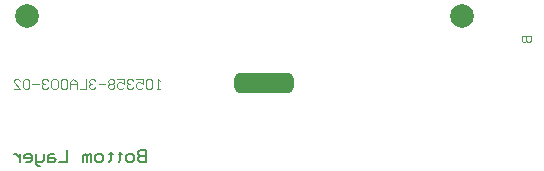
<source format=gbr>
G04 Layer_Physical_Order=2*
G04 Layer_Color=16711680*
%FSLAX43Y43*%
%MOMM*%
%TF.FileFunction,Copper,L2,Bot,Signal*%
%TF.Part,Single*%
G01*
G75*
%TA.AperFunction,NonConductor*%
%ADD10C,0.100*%
%ADD11C,0.150*%
%TA.AperFunction,ViaPad*%
%ADD12C,2.000*%
%ADD13C,0.610*%
%TA.AperFunction,SMDPad,CuDef*%
G04:AMPARAMS|DCode=14|XSize=5mm|YSize=1.7mm|CornerRadius=0.425mm|HoleSize=0mm|Usage=FLASHONLY|Rotation=0.000|XOffset=0mm|YOffset=0mm|HoleType=Round|Shape=RoundedRectangle|*
%AMROUNDEDRECTD14*
21,1,5.000,0.850,0,0,0.0*
21,1,4.150,1.700,0,0,0.0*
1,1,0.850,2.075,-0.425*
1,1,0.850,-2.075,-0.425*
1,1,0.850,-2.075,0.425*
1,1,0.850,2.075,0.425*
%
%ADD14ROUNDEDRECTD14*%
D10*
X10991Y-6136D02*
X11125D01*
Y-5336D01*
X11258Y-5470D01*
Y-6136D02*
X10991D01*
X10458Y-5336D02*
X10192D01*
X10058Y-5470D01*
Y-6003D01*
X10192Y-6136D01*
X10458D01*
X10592Y-6003D01*
Y-5470D01*
X10458Y-5336D01*
X9792D02*
Y-5736D01*
X9525Y-5603D01*
X9392D01*
X9259Y-5736D01*
Y-6003D01*
X9392Y-6136D01*
X9659D01*
X9792Y-6003D01*
X8992D02*
X8859Y-6136D01*
X8592D01*
X8459Y-6003D01*
Y-5869D01*
X8592Y-5736D01*
X8725D01*
X8592D01*
X8459Y-5603D01*
Y-5470D01*
X8592Y-5336D01*
X8859D01*
X8992Y-5470D01*
X8192Y-5736D02*
X7926Y-5603D01*
X7792D01*
X7659Y-5736D01*
Y-6003D01*
X7792Y-6136D01*
X8059D01*
X8192Y-6003D01*
Y-5736D02*
Y-5336D01*
X7659D01*
X7259D02*
X6993D01*
X6859Y-5470D01*
Y-5603D01*
X6993Y-5736D01*
X6859Y-5869D01*
Y-6003D01*
X6993Y-6136D01*
X7259D01*
X7393Y-6003D01*
Y-5869D01*
X7259Y-5736D01*
X7393Y-5603D01*
Y-5470D01*
X7259Y-5336D01*
X9259D02*
X9792D01*
X7259Y-5736D02*
X6993D01*
X5660Y-5336D02*
X5393D01*
X5260Y-5470D01*
Y-5603D01*
X5393Y-5736D01*
X5527D01*
X5393D01*
X5260Y-5869D01*
Y-6003D01*
X5393Y-6136D01*
X5660D01*
X5793Y-6003D01*
Y-5470D02*
X5660Y-5336D01*
X4993D02*
Y-6136D01*
X4460D01*
X4194D02*
Y-5603D01*
X3927Y-5336D01*
X3660Y-5603D01*
Y-6136D01*
Y-5736D01*
X4194D01*
X3394Y-5470D02*
X3261Y-5336D01*
X2994D01*
X2861Y-5470D01*
Y-6003D01*
X2994Y-6136D01*
X3261D01*
X3394Y-6003D01*
Y-5470D01*
X6060Y-5736D02*
X6593D01*
X2461Y-5336D02*
X2194D01*
X2061Y-5470D01*
Y-6003D01*
X2194Y-6136D01*
X2461D01*
X2594Y-6003D01*
Y-5470D01*
X2461Y-5336D01*
X1661D02*
X1395D01*
X1261Y-5470D01*
Y-5603D01*
X1395Y-5736D01*
X1528D01*
X1395D01*
X1261Y-5869D01*
Y-6003D01*
X1395Y-6136D01*
X1661D01*
X1794Y-6003D01*
Y-5470D02*
X1661Y-5336D01*
X62D02*
X-205D01*
X-338Y-5470D01*
Y-6003D01*
X-205Y-6136D01*
X62D01*
X195Y-6003D01*
Y-5470D01*
X62Y-5336D01*
X-738D02*
X-605Y-5470D01*
Y-6136D02*
X-1138Y-5603D01*
Y-5470D01*
X-1005Y-5336D01*
X-738D01*
X-605Y-6136D02*
X-1138D01*
X461Y-5736D02*
X995D01*
X42008Y-2221D02*
X41874Y-2088D01*
Y-1688D01*
X42674D01*
Y-2088D01*
X42541Y-2221D01*
X42407D01*
X42274Y-2088D01*
Y-1688D01*
Y-2088D01*
X42141Y-2221D01*
X42008D01*
D11*
X6915Y-12361D02*
X7082Y-12194D01*
Y-11695D01*
X7248D01*
X6915D01*
X7082D01*
Y-11528D01*
X7915D02*
Y-11695D01*
X8082D01*
X7748D01*
X7915D01*
Y-12194D01*
X7748Y-12361D01*
X8581D02*
X8415Y-12194D01*
Y-11861D01*
X8581Y-11695D01*
X8915D01*
X9081Y-11861D01*
Y-12194D01*
X8915Y-12361D01*
X8581D01*
X9581D02*
X9414Y-12194D01*
Y-12028D01*
X9581Y-11861D01*
X10081D01*
X9581D01*
X9414Y-11695D01*
Y-11528D01*
X9581Y-11361D01*
X10081D01*
Y-12361D01*
X9581D01*
X6249D02*
X5916D01*
X5749Y-12194D01*
Y-11861D01*
X5916Y-11695D01*
X6249D01*
X6415Y-11861D01*
Y-12194D01*
X6249Y-12361D01*
X5416D02*
Y-11695D01*
X5249D01*
X5083Y-11861D01*
Y-12361D01*
Y-11861D01*
X4916Y-11695D01*
X4749Y-11861D01*
Y-12361D01*
X3416D02*
X2750D01*
X2250D02*
X2417Y-12194D01*
X2250Y-12028D01*
X1750D01*
Y-11861D02*
Y-12361D01*
X2250D01*
Y-11695D02*
X1917D01*
X1750Y-11861D01*
X1417Y-11695D02*
Y-12194D01*
X1250Y-12361D01*
X751D01*
Y-12528D01*
X917Y-12694D01*
X1084D01*
X751Y-12361D02*
Y-11695D01*
X417Y-11861D02*
X251Y-11695D01*
X-82D01*
X-249Y-11861D01*
Y-12028D01*
X417D01*
Y-12194D02*
Y-11861D01*
Y-12194D02*
X251Y-12361D01*
X-82D01*
X-582D02*
Y-12028D01*
X-749Y-11861D01*
X-916Y-11695D01*
X-1082D01*
X-582D02*
Y-12361D01*
X3416D02*
Y-11361D01*
D12*
X36850Y0D02*
D03*
X0Y0D02*
D03*
D13*
X20099Y-5684D02*
D03*
X21923Y-5677D02*
D03*
X18246Y-5647D02*
D03*
D14*
X20099Y-5684D02*
D03*
%TF.MD5,cbd839d86af3d2040d8e4126523a2f38*%
M02*

</source>
